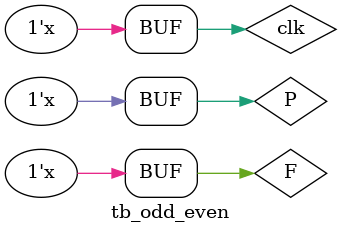
<source format=v>
`timescale 1ns/1ps

module tb_odd_even();

    reg clk, F, P;
    wire [3:0] count;

    counter_odd_even U1(clk, F, P, count);

    always#5 clk = ~clk;
    always#75 F = ~F;
    always#40 P = ~P;

    initial begin
        clk <= 0;
        F <= 0;
        P <= 0;
    end

endmodule
</source>
